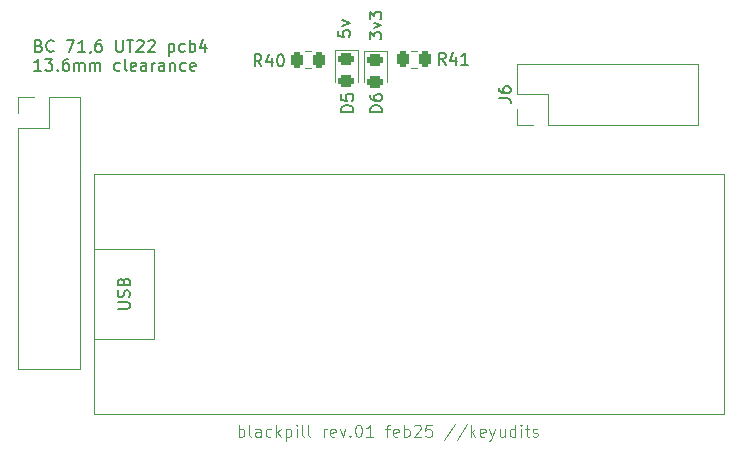
<source format=gto>
G04 #@! TF.GenerationSoftware,KiCad,Pcbnew,8.0.8*
G04 #@! TF.CreationDate,2025-02-19T14:35:13-05:00*
G04 #@! TF.ProjectId,afe_230v_16a,6166655f-3233-4307-965f-3136612e6b69,rev?*
G04 #@! TF.SameCoordinates,Original*
G04 #@! TF.FileFunction,Legend,Top*
G04 #@! TF.FilePolarity,Positive*
%FSLAX46Y46*%
G04 Gerber Fmt 4.6, Leading zero omitted, Abs format (unit mm)*
G04 Created by KiCad (PCBNEW 8.0.8) date 2025-02-19 14:35:13*
%MOMM*%
%LPD*%
G01*
G04 APERTURE LIST*
G04 Aperture macros list*
%AMRoundRect*
0 Rectangle with rounded corners*
0 $1 Rounding radius*
0 $2 $3 $4 $5 $6 $7 $8 $9 X,Y pos of 4 corners*
0 Add a 4 corners polygon primitive as box body*
4,1,4,$2,$3,$4,$5,$6,$7,$8,$9,$2,$3,0*
0 Add four circle primitives for the rounded corners*
1,1,$1+$1,$2,$3*
1,1,$1+$1,$4,$5*
1,1,$1+$1,$6,$7*
1,1,$1+$1,$8,$9*
0 Add four rect primitives between the rounded corners*
20,1,$1+$1,$2,$3,$4,$5,0*
20,1,$1+$1,$4,$5,$6,$7,0*
20,1,$1+$1,$6,$7,$8,$9,0*
20,1,$1+$1,$8,$9,$2,$3,0*%
G04 Aperture macros list end*
%ADD10C,0.200000*%
%ADD11C,0.100000*%
%ADD12C,0.150000*%
%ADD13C,0.120000*%
%ADD14R,1.800000X1.800000*%
%ADD15C,1.800000*%
%ADD16RoundRect,0.243750X-0.456250X0.243750X-0.456250X-0.243750X0.456250X-0.243750X0.456250X0.243750X0*%
%ADD17R,1.700000X1.700000*%
%ADD18O,1.700000X1.700000*%
%ADD19RoundRect,0.250000X0.262500X0.450000X-0.262500X0.450000X-0.262500X-0.450000X0.262500X-0.450000X0*%
%ADD20RoundRect,0.250000X-0.262500X-0.450000X0.262500X-0.450000X0.262500X0.450000X-0.262500X0.450000X0*%
G04 APERTURE END LIST*
D10*
X228737219Y-82935564D02*
X228737219Y-82316517D01*
X228737219Y-82316517D02*
X229118171Y-82649850D01*
X229118171Y-82649850D02*
X229118171Y-82506993D01*
X229118171Y-82506993D02*
X229165790Y-82411755D01*
X229165790Y-82411755D02*
X229213409Y-82364136D01*
X229213409Y-82364136D02*
X229308647Y-82316517D01*
X229308647Y-82316517D02*
X229546742Y-82316517D01*
X229546742Y-82316517D02*
X229641980Y-82364136D01*
X229641980Y-82364136D02*
X229689600Y-82411755D01*
X229689600Y-82411755D02*
X229737219Y-82506993D01*
X229737219Y-82506993D02*
X229737219Y-82792707D01*
X229737219Y-82792707D02*
X229689600Y-82887945D01*
X229689600Y-82887945D02*
X229641980Y-82935564D01*
X229070552Y-81983183D02*
X229737219Y-81745088D01*
X229737219Y-81745088D02*
X229070552Y-81506993D01*
X228737219Y-81221278D02*
X228737219Y-80602231D01*
X228737219Y-80602231D02*
X229118171Y-80935564D01*
X229118171Y-80935564D02*
X229118171Y-80792707D01*
X229118171Y-80792707D02*
X229165790Y-80697469D01*
X229165790Y-80697469D02*
X229213409Y-80649850D01*
X229213409Y-80649850D02*
X229308647Y-80602231D01*
X229308647Y-80602231D02*
X229546742Y-80602231D01*
X229546742Y-80602231D02*
X229641980Y-80649850D01*
X229641980Y-80649850D02*
X229689600Y-80697469D01*
X229689600Y-80697469D02*
X229737219Y-80792707D01*
X229737219Y-80792707D02*
X229737219Y-81078421D01*
X229737219Y-81078421D02*
X229689600Y-81173659D01*
X229689600Y-81173659D02*
X229641980Y-81221278D01*
X226067219Y-82184136D02*
X226067219Y-82660326D01*
X226067219Y-82660326D02*
X226543409Y-82707945D01*
X226543409Y-82707945D02*
X226495790Y-82660326D01*
X226495790Y-82660326D02*
X226448171Y-82565088D01*
X226448171Y-82565088D02*
X226448171Y-82326993D01*
X226448171Y-82326993D02*
X226495790Y-82231755D01*
X226495790Y-82231755D02*
X226543409Y-82184136D01*
X226543409Y-82184136D02*
X226638647Y-82136517D01*
X226638647Y-82136517D02*
X226876742Y-82136517D01*
X226876742Y-82136517D02*
X226971980Y-82184136D01*
X226971980Y-82184136D02*
X227019600Y-82231755D01*
X227019600Y-82231755D02*
X227067219Y-82326993D01*
X227067219Y-82326993D02*
X227067219Y-82565088D01*
X227067219Y-82565088D02*
X227019600Y-82660326D01*
X227019600Y-82660326D02*
X226971980Y-82707945D01*
X226400552Y-81803183D02*
X227067219Y-81565088D01*
X227067219Y-81565088D02*
X226400552Y-81326993D01*
D11*
X217643884Y-116572419D02*
X217643884Y-115572419D01*
X217643884Y-115953371D02*
X217739122Y-115905752D01*
X217739122Y-115905752D02*
X217929598Y-115905752D01*
X217929598Y-115905752D02*
X218024836Y-115953371D01*
X218024836Y-115953371D02*
X218072455Y-116000990D01*
X218072455Y-116000990D02*
X218120074Y-116096228D01*
X218120074Y-116096228D02*
X218120074Y-116381942D01*
X218120074Y-116381942D02*
X218072455Y-116477180D01*
X218072455Y-116477180D02*
X218024836Y-116524800D01*
X218024836Y-116524800D02*
X217929598Y-116572419D01*
X217929598Y-116572419D02*
X217739122Y-116572419D01*
X217739122Y-116572419D02*
X217643884Y-116524800D01*
X218691503Y-116572419D02*
X218596265Y-116524800D01*
X218596265Y-116524800D02*
X218548646Y-116429561D01*
X218548646Y-116429561D02*
X218548646Y-115572419D01*
X219501027Y-116572419D02*
X219501027Y-116048609D01*
X219501027Y-116048609D02*
X219453408Y-115953371D01*
X219453408Y-115953371D02*
X219358170Y-115905752D01*
X219358170Y-115905752D02*
X219167694Y-115905752D01*
X219167694Y-115905752D02*
X219072456Y-115953371D01*
X219501027Y-116524800D02*
X219405789Y-116572419D01*
X219405789Y-116572419D02*
X219167694Y-116572419D01*
X219167694Y-116572419D02*
X219072456Y-116524800D01*
X219072456Y-116524800D02*
X219024837Y-116429561D01*
X219024837Y-116429561D02*
X219024837Y-116334323D01*
X219024837Y-116334323D02*
X219072456Y-116239085D01*
X219072456Y-116239085D02*
X219167694Y-116191466D01*
X219167694Y-116191466D02*
X219405789Y-116191466D01*
X219405789Y-116191466D02*
X219501027Y-116143847D01*
X220405789Y-116524800D02*
X220310551Y-116572419D01*
X220310551Y-116572419D02*
X220120075Y-116572419D01*
X220120075Y-116572419D02*
X220024837Y-116524800D01*
X220024837Y-116524800D02*
X219977218Y-116477180D01*
X219977218Y-116477180D02*
X219929599Y-116381942D01*
X219929599Y-116381942D02*
X219929599Y-116096228D01*
X219929599Y-116096228D02*
X219977218Y-116000990D01*
X219977218Y-116000990D02*
X220024837Y-115953371D01*
X220024837Y-115953371D02*
X220120075Y-115905752D01*
X220120075Y-115905752D02*
X220310551Y-115905752D01*
X220310551Y-115905752D02*
X220405789Y-115953371D01*
X220834361Y-116572419D02*
X220834361Y-115572419D01*
X220929599Y-116191466D02*
X221215313Y-116572419D01*
X221215313Y-115905752D02*
X220834361Y-116286704D01*
X221643885Y-115905752D02*
X221643885Y-116905752D01*
X221643885Y-115953371D02*
X221739123Y-115905752D01*
X221739123Y-115905752D02*
X221929599Y-115905752D01*
X221929599Y-115905752D02*
X222024837Y-115953371D01*
X222024837Y-115953371D02*
X222072456Y-116000990D01*
X222072456Y-116000990D02*
X222120075Y-116096228D01*
X222120075Y-116096228D02*
X222120075Y-116381942D01*
X222120075Y-116381942D02*
X222072456Y-116477180D01*
X222072456Y-116477180D02*
X222024837Y-116524800D01*
X222024837Y-116524800D02*
X221929599Y-116572419D01*
X221929599Y-116572419D02*
X221739123Y-116572419D01*
X221739123Y-116572419D02*
X221643885Y-116524800D01*
X222548647Y-116572419D02*
X222548647Y-115905752D01*
X222548647Y-115572419D02*
X222501028Y-115620038D01*
X222501028Y-115620038D02*
X222548647Y-115667657D01*
X222548647Y-115667657D02*
X222596266Y-115620038D01*
X222596266Y-115620038D02*
X222548647Y-115572419D01*
X222548647Y-115572419D02*
X222548647Y-115667657D01*
X223167694Y-116572419D02*
X223072456Y-116524800D01*
X223072456Y-116524800D02*
X223024837Y-116429561D01*
X223024837Y-116429561D02*
X223024837Y-115572419D01*
X223691504Y-116572419D02*
X223596266Y-116524800D01*
X223596266Y-116524800D02*
X223548647Y-116429561D01*
X223548647Y-116429561D02*
X223548647Y-115572419D01*
X224834362Y-116572419D02*
X224834362Y-115905752D01*
X224834362Y-116096228D02*
X224881981Y-116000990D01*
X224881981Y-116000990D02*
X224929600Y-115953371D01*
X224929600Y-115953371D02*
X225024838Y-115905752D01*
X225024838Y-115905752D02*
X225120076Y-115905752D01*
X225834362Y-116524800D02*
X225739124Y-116572419D01*
X225739124Y-116572419D02*
X225548648Y-116572419D01*
X225548648Y-116572419D02*
X225453410Y-116524800D01*
X225453410Y-116524800D02*
X225405791Y-116429561D01*
X225405791Y-116429561D02*
X225405791Y-116048609D01*
X225405791Y-116048609D02*
X225453410Y-115953371D01*
X225453410Y-115953371D02*
X225548648Y-115905752D01*
X225548648Y-115905752D02*
X225739124Y-115905752D01*
X225739124Y-115905752D02*
X225834362Y-115953371D01*
X225834362Y-115953371D02*
X225881981Y-116048609D01*
X225881981Y-116048609D02*
X225881981Y-116143847D01*
X225881981Y-116143847D02*
X225405791Y-116239085D01*
X226215315Y-115905752D02*
X226453410Y-116572419D01*
X226453410Y-116572419D02*
X226691505Y-115905752D01*
X227072458Y-116477180D02*
X227120077Y-116524800D01*
X227120077Y-116524800D02*
X227072458Y-116572419D01*
X227072458Y-116572419D02*
X227024839Y-116524800D01*
X227024839Y-116524800D02*
X227072458Y-116477180D01*
X227072458Y-116477180D02*
X227072458Y-116572419D01*
X227739124Y-115572419D02*
X227834362Y-115572419D01*
X227834362Y-115572419D02*
X227929600Y-115620038D01*
X227929600Y-115620038D02*
X227977219Y-115667657D01*
X227977219Y-115667657D02*
X228024838Y-115762895D01*
X228024838Y-115762895D02*
X228072457Y-115953371D01*
X228072457Y-115953371D02*
X228072457Y-116191466D01*
X228072457Y-116191466D02*
X228024838Y-116381942D01*
X228024838Y-116381942D02*
X227977219Y-116477180D01*
X227977219Y-116477180D02*
X227929600Y-116524800D01*
X227929600Y-116524800D02*
X227834362Y-116572419D01*
X227834362Y-116572419D02*
X227739124Y-116572419D01*
X227739124Y-116572419D02*
X227643886Y-116524800D01*
X227643886Y-116524800D02*
X227596267Y-116477180D01*
X227596267Y-116477180D02*
X227548648Y-116381942D01*
X227548648Y-116381942D02*
X227501029Y-116191466D01*
X227501029Y-116191466D02*
X227501029Y-115953371D01*
X227501029Y-115953371D02*
X227548648Y-115762895D01*
X227548648Y-115762895D02*
X227596267Y-115667657D01*
X227596267Y-115667657D02*
X227643886Y-115620038D01*
X227643886Y-115620038D02*
X227739124Y-115572419D01*
X229024838Y-116572419D02*
X228453410Y-116572419D01*
X228739124Y-116572419D02*
X228739124Y-115572419D01*
X228739124Y-115572419D02*
X228643886Y-115715276D01*
X228643886Y-115715276D02*
X228548648Y-115810514D01*
X228548648Y-115810514D02*
X228453410Y-115858133D01*
X230072458Y-115905752D02*
X230453410Y-115905752D01*
X230215315Y-116572419D02*
X230215315Y-115715276D01*
X230215315Y-115715276D02*
X230262934Y-115620038D01*
X230262934Y-115620038D02*
X230358172Y-115572419D01*
X230358172Y-115572419D02*
X230453410Y-115572419D01*
X231167696Y-116524800D02*
X231072458Y-116572419D01*
X231072458Y-116572419D02*
X230881982Y-116572419D01*
X230881982Y-116572419D02*
X230786744Y-116524800D01*
X230786744Y-116524800D02*
X230739125Y-116429561D01*
X230739125Y-116429561D02*
X230739125Y-116048609D01*
X230739125Y-116048609D02*
X230786744Y-115953371D01*
X230786744Y-115953371D02*
X230881982Y-115905752D01*
X230881982Y-115905752D02*
X231072458Y-115905752D01*
X231072458Y-115905752D02*
X231167696Y-115953371D01*
X231167696Y-115953371D02*
X231215315Y-116048609D01*
X231215315Y-116048609D02*
X231215315Y-116143847D01*
X231215315Y-116143847D02*
X230739125Y-116239085D01*
X231643887Y-116572419D02*
X231643887Y-115572419D01*
X231643887Y-115953371D02*
X231739125Y-115905752D01*
X231739125Y-115905752D02*
X231929601Y-115905752D01*
X231929601Y-115905752D02*
X232024839Y-115953371D01*
X232024839Y-115953371D02*
X232072458Y-116000990D01*
X232072458Y-116000990D02*
X232120077Y-116096228D01*
X232120077Y-116096228D02*
X232120077Y-116381942D01*
X232120077Y-116381942D02*
X232072458Y-116477180D01*
X232072458Y-116477180D02*
X232024839Y-116524800D01*
X232024839Y-116524800D02*
X231929601Y-116572419D01*
X231929601Y-116572419D02*
X231739125Y-116572419D01*
X231739125Y-116572419D02*
X231643887Y-116524800D01*
X232501030Y-115667657D02*
X232548649Y-115620038D01*
X232548649Y-115620038D02*
X232643887Y-115572419D01*
X232643887Y-115572419D02*
X232881982Y-115572419D01*
X232881982Y-115572419D02*
X232977220Y-115620038D01*
X232977220Y-115620038D02*
X233024839Y-115667657D01*
X233024839Y-115667657D02*
X233072458Y-115762895D01*
X233072458Y-115762895D02*
X233072458Y-115858133D01*
X233072458Y-115858133D02*
X233024839Y-116000990D01*
X233024839Y-116000990D02*
X232453411Y-116572419D01*
X232453411Y-116572419D02*
X233072458Y-116572419D01*
X233977220Y-115572419D02*
X233501030Y-115572419D01*
X233501030Y-115572419D02*
X233453411Y-116048609D01*
X233453411Y-116048609D02*
X233501030Y-116000990D01*
X233501030Y-116000990D02*
X233596268Y-115953371D01*
X233596268Y-115953371D02*
X233834363Y-115953371D01*
X233834363Y-115953371D02*
X233929601Y-116000990D01*
X233929601Y-116000990D02*
X233977220Y-116048609D01*
X233977220Y-116048609D02*
X234024839Y-116143847D01*
X234024839Y-116143847D02*
X234024839Y-116381942D01*
X234024839Y-116381942D02*
X233977220Y-116477180D01*
X233977220Y-116477180D02*
X233929601Y-116524800D01*
X233929601Y-116524800D02*
X233834363Y-116572419D01*
X233834363Y-116572419D02*
X233596268Y-116572419D01*
X233596268Y-116572419D02*
X233501030Y-116524800D01*
X233501030Y-116524800D02*
X233453411Y-116477180D01*
X235929601Y-115524800D02*
X235072459Y-116810514D01*
X236977220Y-115524800D02*
X236120078Y-116810514D01*
X237310554Y-116572419D02*
X237310554Y-115572419D01*
X237405792Y-116191466D02*
X237691506Y-116572419D01*
X237691506Y-115905752D02*
X237310554Y-116286704D01*
X238501030Y-116524800D02*
X238405792Y-116572419D01*
X238405792Y-116572419D02*
X238215316Y-116572419D01*
X238215316Y-116572419D02*
X238120078Y-116524800D01*
X238120078Y-116524800D02*
X238072459Y-116429561D01*
X238072459Y-116429561D02*
X238072459Y-116048609D01*
X238072459Y-116048609D02*
X238120078Y-115953371D01*
X238120078Y-115953371D02*
X238215316Y-115905752D01*
X238215316Y-115905752D02*
X238405792Y-115905752D01*
X238405792Y-115905752D02*
X238501030Y-115953371D01*
X238501030Y-115953371D02*
X238548649Y-116048609D01*
X238548649Y-116048609D02*
X238548649Y-116143847D01*
X238548649Y-116143847D02*
X238072459Y-116239085D01*
X238881983Y-115905752D02*
X239120078Y-116572419D01*
X239358173Y-115905752D02*
X239120078Y-116572419D01*
X239120078Y-116572419D02*
X239024840Y-116810514D01*
X239024840Y-116810514D02*
X238977221Y-116858133D01*
X238977221Y-116858133D02*
X238881983Y-116905752D01*
X240167697Y-115905752D02*
X240167697Y-116572419D01*
X239739126Y-115905752D02*
X239739126Y-116429561D01*
X239739126Y-116429561D02*
X239786745Y-116524800D01*
X239786745Y-116524800D02*
X239881983Y-116572419D01*
X239881983Y-116572419D02*
X240024840Y-116572419D01*
X240024840Y-116572419D02*
X240120078Y-116524800D01*
X240120078Y-116524800D02*
X240167697Y-116477180D01*
X241072459Y-116572419D02*
X241072459Y-115572419D01*
X241072459Y-116524800D02*
X240977221Y-116572419D01*
X240977221Y-116572419D02*
X240786745Y-116572419D01*
X240786745Y-116572419D02*
X240691507Y-116524800D01*
X240691507Y-116524800D02*
X240643888Y-116477180D01*
X240643888Y-116477180D02*
X240596269Y-116381942D01*
X240596269Y-116381942D02*
X240596269Y-116096228D01*
X240596269Y-116096228D02*
X240643888Y-116000990D01*
X240643888Y-116000990D02*
X240691507Y-115953371D01*
X240691507Y-115953371D02*
X240786745Y-115905752D01*
X240786745Y-115905752D02*
X240977221Y-115905752D01*
X240977221Y-115905752D02*
X241072459Y-115953371D01*
X241548650Y-116572419D02*
X241548650Y-115905752D01*
X241548650Y-115572419D02*
X241501031Y-115620038D01*
X241501031Y-115620038D02*
X241548650Y-115667657D01*
X241548650Y-115667657D02*
X241596269Y-115620038D01*
X241596269Y-115620038D02*
X241548650Y-115572419D01*
X241548650Y-115572419D02*
X241548650Y-115667657D01*
X241881983Y-115905752D02*
X242262935Y-115905752D01*
X242024840Y-115572419D02*
X242024840Y-116429561D01*
X242024840Y-116429561D02*
X242072459Y-116524800D01*
X242072459Y-116524800D02*
X242167697Y-116572419D01*
X242167697Y-116572419D02*
X242262935Y-116572419D01*
X242548650Y-116524800D02*
X242643888Y-116572419D01*
X242643888Y-116572419D02*
X242834364Y-116572419D01*
X242834364Y-116572419D02*
X242929602Y-116524800D01*
X242929602Y-116524800D02*
X242977221Y-116429561D01*
X242977221Y-116429561D02*
X242977221Y-116381942D01*
X242977221Y-116381942D02*
X242929602Y-116286704D01*
X242929602Y-116286704D02*
X242834364Y-116239085D01*
X242834364Y-116239085D02*
X242691507Y-116239085D01*
X242691507Y-116239085D02*
X242596269Y-116191466D01*
X242596269Y-116191466D02*
X242548650Y-116096228D01*
X242548650Y-116096228D02*
X242548650Y-116048609D01*
X242548650Y-116048609D02*
X242596269Y-115953371D01*
X242596269Y-115953371D02*
X242691507Y-115905752D01*
X242691507Y-115905752D02*
X242834364Y-115905752D01*
X242834364Y-115905752D02*
X242929602Y-115953371D01*
D12*
X200740112Y-83456065D02*
X200882969Y-83503684D01*
X200882969Y-83503684D02*
X200930588Y-83551303D01*
X200930588Y-83551303D02*
X200978207Y-83646541D01*
X200978207Y-83646541D02*
X200978207Y-83789398D01*
X200978207Y-83789398D02*
X200930588Y-83884636D01*
X200930588Y-83884636D02*
X200882969Y-83932256D01*
X200882969Y-83932256D02*
X200787731Y-83979875D01*
X200787731Y-83979875D02*
X200406779Y-83979875D01*
X200406779Y-83979875D02*
X200406779Y-82979875D01*
X200406779Y-82979875D02*
X200740112Y-82979875D01*
X200740112Y-82979875D02*
X200835350Y-83027494D01*
X200835350Y-83027494D02*
X200882969Y-83075113D01*
X200882969Y-83075113D02*
X200930588Y-83170351D01*
X200930588Y-83170351D02*
X200930588Y-83265589D01*
X200930588Y-83265589D02*
X200882969Y-83360827D01*
X200882969Y-83360827D02*
X200835350Y-83408446D01*
X200835350Y-83408446D02*
X200740112Y-83456065D01*
X200740112Y-83456065D02*
X200406779Y-83456065D01*
X201978207Y-83884636D02*
X201930588Y-83932256D01*
X201930588Y-83932256D02*
X201787731Y-83979875D01*
X201787731Y-83979875D02*
X201692493Y-83979875D01*
X201692493Y-83979875D02*
X201549636Y-83932256D01*
X201549636Y-83932256D02*
X201454398Y-83837017D01*
X201454398Y-83837017D02*
X201406779Y-83741779D01*
X201406779Y-83741779D02*
X201359160Y-83551303D01*
X201359160Y-83551303D02*
X201359160Y-83408446D01*
X201359160Y-83408446D02*
X201406779Y-83217970D01*
X201406779Y-83217970D02*
X201454398Y-83122732D01*
X201454398Y-83122732D02*
X201549636Y-83027494D01*
X201549636Y-83027494D02*
X201692493Y-82979875D01*
X201692493Y-82979875D02*
X201787731Y-82979875D01*
X201787731Y-82979875D02*
X201930588Y-83027494D01*
X201930588Y-83027494D02*
X201978207Y-83075113D01*
X203073446Y-82979875D02*
X203740112Y-82979875D01*
X203740112Y-82979875D02*
X203311541Y-83979875D01*
X204644874Y-83979875D02*
X204073446Y-83979875D01*
X204359160Y-83979875D02*
X204359160Y-82979875D01*
X204359160Y-82979875D02*
X204263922Y-83122732D01*
X204263922Y-83122732D02*
X204168684Y-83217970D01*
X204168684Y-83217970D02*
X204073446Y-83265589D01*
X205121065Y-83932256D02*
X205121065Y-83979875D01*
X205121065Y-83979875D02*
X205073446Y-84075113D01*
X205073446Y-84075113D02*
X205025827Y-84122732D01*
X205978207Y-82979875D02*
X205787731Y-82979875D01*
X205787731Y-82979875D02*
X205692493Y-83027494D01*
X205692493Y-83027494D02*
X205644874Y-83075113D01*
X205644874Y-83075113D02*
X205549636Y-83217970D01*
X205549636Y-83217970D02*
X205502017Y-83408446D01*
X205502017Y-83408446D02*
X205502017Y-83789398D01*
X205502017Y-83789398D02*
X205549636Y-83884636D01*
X205549636Y-83884636D02*
X205597255Y-83932256D01*
X205597255Y-83932256D02*
X205692493Y-83979875D01*
X205692493Y-83979875D02*
X205882969Y-83979875D01*
X205882969Y-83979875D02*
X205978207Y-83932256D01*
X205978207Y-83932256D02*
X206025826Y-83884636D01*
X206025826Y-83884636D02*
X206073445Y-83789398D01*
X206073445Y-83789398D02*
X206073445Y-83551303D01*
X206073445Y-83551303D02*
X206025826Y-83456065D01*
X206025826Y-83456065D02*
X205978207Y-83408446D01*
X205978207Y-83408446D02*
X205882969Y-83360827D01*
X205882969Y-83360827D02*
X205692493Y-83360827D01*
X205692493Y-83360827D02*
X205597255Y-83408446D01*
X205597255Y-83408446D02*
X205549636Y-83456065D01*
X205549636Y-83456065D02*
X205502017Y-83551303D01*
X207263922Y-82979875D02*
X207263922Y-83789398D01*
X207263922Y-83789398D02*
X207311541Y-83884636D01*
X207311541Y-83884636D02*
X207359160Y-83932256D01*
X207359160Y-83932256D02*
X207454398Y-83979875D01*
X207454398Y-83979875D02*
X207644874Y-83979875D01*
X207644874Y-83979875D02*
X207740112Y-83932256D01*
X207740112Y-83932256D02*
X207787731Y-83884636D01*
X207787731Y-83884636D02*
X207835350Y-83789398D01*
X207835350Y-83789398D02*
X207835350Y-82979875D01*
X208168684Y-82979875D02*
X208740112Y-82979875D01*
X208454398Y-83979875D02*
X208454398Y-82979875D01*
X209025827Y-83075113D02*
X209073446Y-83027494D01*
X209073446Y-83027494D02*
X209168684Y-82979875D01*
X209168684Y-82979875D02*
X209406779Y-82979875D01*
X209406779Y-82979875D02*
X209502017Y-83027494D01*
X209502017Y-83027494D02*
X209549636Y-83075113D01*
X209549636Y-83075113D02*
X209597255Y-83170351D01*
X209597255Y-83170351D02*
X209597255Y-83265589D01*
X209597255Y-83265589D02*
X209549636Y-83408446D01*
X209549636Y-83408446D02*
X208978208Y-83979875D01*
X208978208Y-83979875D02*
X209597255Y-83979875D01*
X209978208Y-83075113D02*
X210025827Y-83027494D01*
X210025827Y-83027494D02*
X210121065Y-82979875D01*
X210121065Y-82979875D02*
X210359160Y-82979875D01*
X210359160Y-82979875D02*
X210454398Y-83027494D01*
X210454398Y-83027494D02*
X210502017Y-83075113D01*
X210502017Y-83075113D02*
X210549636Y-83170351D01*
X210549636Y-83170351D02*
X210549636Y-83265589D01*
X210549636Y-83265589D02*
X210502017Y-83408446D01*
X210502017Y-83408446D02*
X209930589Y-83979875D01*
X209930589Y-83979875D02*
X210549636Y-83979875D01*
X211740113Y-83313208D02*
X211740113Y-84313208D01*
X211740113Y-83360827D02*
X211835351Y-83313208D01*
X211835351Y-83313208D02*
X212025827Y-83313208D01*
X212025827Y-83313208D02*
X212121065Y-83360827D01*
X212121065Y-83360827D02*
X212168684Y-83408446D01*
X212168684Y-83408446D02*
X212216303Y-83503684D01*
X212216303Y-83503684D02*
X212216303Y-83789398D01*
X212216303Y-83789398D02*
X212168684Y-83884636D01*
X212168684Y-83884636D02*
X212121065Y-83932256D01*
X212121065Y-83932256D02*
X212025827Y-83979875D01*
X212025827Y-83979875D02*
X211835351Y-83979875D01*
X211835351Y-83979875D02*
X211740113Y-83932256D01*
X213073446Y-83932256D02*
X212978208Y-83979875D01*
X212978208Y-83979875D02*
X212787732Y-83979875D01*
X212787732Y-83979875D02*
X212692494Y-83932256D01*
X212692494Y-83932256D02*
X212644875Y-83884636D01*
X212644875Y-83884636D02*
X212597256Y-83789398D01*
X212597256Y-83789398D02*
X212597256Y-83503684D01*
X212597256Y-83503684D02*
X212644875Y-83408446D01*
X212644875Y-83408446D02*
X212692494Y-83360827D01*
X212692494Y-83360827D02*
X212787732Y-83313208D01*
X212787732Y-83313208D02*
X212978208Y-83313208D01*
X212978208Y-83313208D02*
X213073446Y-83360827D01*
X213502018Y-83979875D02*
X213502018Y-82979875D01*
X213502018Y-83360827D02*
X213597256Y-83313208D01*
X213597256Y-83313208D02*
X213787732Y-83313208D01*
X213787732Y-83313208D02*
X213882970Y-83360827D01*
X213882970Y-83360827D02*
X213930589Y-83408446D01*
X213930589Y-83408446D02*
X213978208Y-83503684D01*
X213978208Y-83503684D02*
X213978208Y-83789398D01*
X213978208Y-83789398D02*
X213930589Y-83884636D01*
X213930589Y-83884636D02*
X213882970Y-83932256D01*
X213882970Y-83932256D02*
X213787732Y-83979875D01*
X213787732Y-83979875D02*
X213597256Y-83979875D01*
X213597256Y-83979875D02*
X213502018Y-83932256D01*
X214835351Y-83313208D02*
X214835351Y-83979875D01*
X214597256Y-82932256D02*
X214359161Y-83646541D01*
X214359161Y-83646541D02*
X214978208Y-83646541D01*
X200930588Y-85589819D02*
X200359160Y-85589819D01*
X200644874Y-85589819D02*
X200644874Y-84589819D01*
X200644874Y-84589819D02*
X200549636Y-84732676D01*
X200549636Y-84732676D02*
X200454398Y-84827914D01*
X200454398Y-84827914D02*
X200359160Y-84875533D01*
X201263922Y-84589819D02*
X201882969Y-84589819D01*
X201882969Y-84589819D02*
X201549636Y-84970771D01*
X201549636Y-84970771D02*
X201692493Y-84970771D01*
X201692493Y-84970771D02*
X201787731Y-85018390D01*
X201787731Y-85018390D02*
X201835350Y-85066009D01*
X201835350Y-85066009D02*
X201882969Y-85161247D01*
X201882969Y-85161247D02*
X201882969Y-85399342D01*
X201882969Y-85399342D02*
X201835350Y-85494580D01*
X201835350Y-85494580D02*
X201787731Y-85542200D01*
X201787731Y-85542200D02*
X201692493Y-85589819D01*
X201692493Y-85589819D02*
X201406779Y-85589819D01*
X201406779Y-85589819D02*
X201311541Y-85542200D01*
X201311541Y-85542200D02*
X201263922Y-85494580D01*
X202311541Y-85494580D02*
X202359160Y-85542200D01*
X202359160Y-85542200D02*
X202311541Y-85589819D01*
X202311541Y-85589819D02*
X202263922Y-85542200D01*
X202263922Y-85542200D02*
X202311541Y-85494580D01*
X202311541Y-85494580D02*
X202311541Y-85589819D01*
X203216302Y-84589819D02*
X203025826Y-84589819D01*
X203025826Y-84589819D02*
X202930588Y-84637438D01*
X202930588Y-84637438D02*
X202882969Y-84685057D01*
X202882969Y-84685057D02*
X202787731Y-84827914D01*
X202787731Y-84827914D02*
X202740112Y-85018390D01*
X202740112Y-85018390D02*
X202740112Y-85399342D01*
X202740112Y-85399342D02*
X202787731Y-85494580D01*
X202787731Y-85494580D02*
X202835350Y-85542200D01*
X202835350Y-85542200D02*
X202930588Y-85589819D01*
X202930588Y-85589819D02*
X203121064Y-85589819D01*
X203121064Y-85589819D02*
X203216302Y-85542200D01*
X203216302Y-85542200D02*
X203263921Y-85494580D01*
X203263921Y-85494580D02*
X203311540Y-85399342D01*
X203311540Y-85399342D02*
X203311540Y-85161247D01*
X203311540Y-85161247D02*
X203263921Y-85066009D01*
X203263921Y-85066009D02*
X203216302Y-85018390D01*
X203216302Y-85018390D02*
X203121064Y-84970771D01*
X203121064Y-84970771D02*
X202930588Y-84970771D01*
X202930588Y-84970771D02*
X202835350Y-85018390D01*
X202835350Y-85018390D02*
X202787731Y-85066009D01*
X202787731Y-85066009D02*
X202740112Y-85161247D01*
X203740112Y-85589819D02*
X203740112Y-84923152D01*
X203740112Y-85018390D02*
X203787731Y-84970771D01*
X203787731Y-84970771D02*
X203882969Y-84923152D01*
X203882969Y-84923152D02*
X204025826Y-84923152D01*
X204025826Y-84923152D02*
X204121064Y-84970771D01*
X204121064Y-84970771D02*
X204168683Y-85066009D01*
X204168683Y-85066009D02*
X204168683Y-85589819D01*
X204168683Y-85066009D02*
X204216302Y-84970771D01*
X204216302Y-84970771D02*
X204311540Y-84923152D01*
X204311540Y-84923152D02*
X204454397Y-84923152D01*
X204454397Y-84923152D02*
X204549636Y-84970771D01*
X204549636Y-84970771D02*
X204597255Y-85066009D01*
X204597255Y-85066009D02*
X204597255Y-85589819D01*
X205073445Y-85589819D02*
X205073445Y-84923152D01*
X205073445Y-85018390D02*
X205121064Y-84970771D01*
X205121064Y-84970771D02*
X205216302Y-84923152D01*
X205216302Y-84923152D02*
X205359159Y-84923152D01*
X205359159Y-84923152D02*
X205454397Y-84970771D01*
X205454397Y-84970771D02*
X205502016Y-85066009D01*
X205502016Y-85066009D02*
X205502016Y-85589819D01*
X205502016Y-85066009D02*
X205549635Y-84970771D01*
X205549635Y-84970771D02*
X205644873Y-84923152D01*
X205644873Y-84923152D02*
X205787730Y-84923152D01*
X205787730Y-84923152D02*
X205882969Y-84970771D01*
X205882969Y-84970771D02*
X205930588Y-85066009D01*
X205930588Y-85066009D02*
X205930588Y-85589819D01*
X207597254Y-85542200D02*
X207502016Y-85589819D01*
X207502016Y-85589819D02*
X207311540Y-85589819D01*
X207311540Y-85589819D02*
X207216302Y-85542200D01*
X207216302Y-85542200D02*
X207168683Y-85494580D01*
X207168683Y-85494580D02*
X207121064Y-85399342D01*
X207121064Y-85399342D02*
X207121064Y-85113628D01*
X207121064Y-85113628D02*
X207168683Y-85018390D01*
X207168683Y-85018390D02*
X207216302Y-84970771D01*
X207216302Y-84970771D02*
X207311540Y-84923152D01*
X207311540Y-84923152D02*
X207502016Y-84923152D01*
X207502016Y-84923152D02*
X207597254Y-84970771D01*
X208168683Y-85589819D02*
X208073445Y-85542200D01*
X208073445Y-85542200D02*
X208025826Y-85446961D01*
X208025826Y-85446961D02*
X208025826Y-84589819D01*
X208930588Y-85542200D02*
X208835350Y-85589819D01*
X208835350Y-85589819D02*
X208644874Y-85589819D01*
X208644874Y-85589819D02*
X208549636Y-85542200D01*
X208549636Y-85542200D02*
X208502017Y-85446961D01*
X208502017Y-85446961D02*
X208502017Y-85066009D01*
X208502017Y-85066009D02*
X208549636Y-84970771D01*
X208549636Y-84970771D02*
X208644874Y-84923152D01*
X208644874Y-84923152D02*
X208835350Y-84923152D01*
X208835350Y-84923152D02*
X208930588Y-84970771D01*
X208930588Y-84970771D02*
X208978207Y-85066009D01*
X208978207Y-85066009D02*
X208978207Y-85161247D01*
X208978207Y-85161247D02*
X208502017Y-85256485D01*
X209835350Y-85589819D02*
X209835350Y-85066009D01*
X209835350Y-85066009D02*
X209787731Y-84970771D01*
X209787731Y-84970771D02*
X209692493Y-84923152D01*
X209692493Y-84923152D02*
X209502017Y-84923152D01*
X209502017Y-84923152D02*
X209406779Y-84970771D01*
X209835350Y-85542200D02*
X209740112Y-85589819D01*
X209740112Y-85589819D02*
X209502017Y-85589819D01*
X209502017Y-85589819D02*
X209406779Y-85542200D01*
X209406779Y-85542200D02*
X209359160Y-85446961D01*
X209359160Y-85446961D02*
X209359160Y-85351723D01*
X209359160Y-85351723D02*
X209406779Y-85256485D01*
X209406779Y-85256485D02*
X209502017Y-85208866D01*
X209502017Y-85208866D02*
X209740112Y-85208866D01*
X209740112Y-85208866D02*
X209835350Y-85161247D01*
X210311541Y-85589819D02*
X210311541Y-84923152D01*
X210311541Y-85113628D02*
X210359160Y-85018390D01*
X210359160Y-85018390D02*
X210406779Y-84970771D01*
X210406779Y-84970771D02*
X210502017Y-84923152D01*
X210502017Y-84923152D02*
X210597255Y-84923152D01*
X211359160Y-85589819D02*
X211359160Y-85066009D01*
X211359160Y-85066009D02*
X211311541Y-84970771D01*
X211311541Y-84970771D02*
X211216303Y-84923152D01*
X211216303Y-84923152D02*
X211025827Y-84923152D01*
X211025827Y-84923152D02*
X210930589Y-84970771D01*
X211359160Y-85542200D02*
X211263922Y-85589819D01*
X211263922Y-85589819D02*
X211025827Y-85589819D01*
X211025827Y-85589819D02*
X210930589Y-85542200D01*
X210930589Y-85542200D02*
X210882970Y-85446961D01*
X210882970Y-85446961D02*
X210882970Y-85351723D01*
X210882970Y-85351723D02*
X210930589Y-85256485D01*
X210930589Y-85256485D02*
X211025827Y-85208866D01*
X211025827Y-85208866D02*
X211263922Y-85208866D01*
X211263922Y-85208866D02*
X211359160Y-85161247D01*
X211835351Y-84923152D02*
X211835351Y-85589819D01*
X211835351Y-85018390D02*
X211882970Y-84970771D01*
X211882970Y-84970771D02*
X211978208Y-84923152D01*
X211978208Y-84923152D02*
X212121065Y-84923152D01*
X212121065Y-84923152D02*
X212216303Y-84970771D01*
X212216303Y-84970771D02*
X212263922Y-85066009D01*
X212263922Y-85066009D02*
X212263922Y-85589819D01*
X213168684Y-85542200D02*
X213073446Y-85589819D01*
X213073446Y-85589819D02*
X212882970Y-85589819D01*
X212882970Y-85589819D02*
X212787732Y-85542200D01*
X212787732Y-85542200D02*
X212740113Y-85494580D01*
X212740113Y-85494580D02*
X212692494Y-85399342D01*
X212692494Y-85399342D02*
X212692494Y-85113628D01*
X212692494Y-85113628D02*
X212740113Y-85018390D01*
X212740113Y-85018390D02*
X212787732Y-84970771D01*
X212787732Y-84970771D02*
X212882970Y-84923152D01*
X212882970Y-84923152D02*
X213073446Y-84923152D01*
X213073446Y-84923152D02*
X213168684Y-84970771D01*
X213978208Y-85542200D02*
X213882970Y-85589819D01*
X213882970Y-85589819D02*
X213692494Y-85589819D01*
X213692494Y-85589819D02*
X213597256Y-85542200D01*
X213597256Y-85542200D02*
X213549637Y-85446961D01*
X213549637Y-85446961D02*
X213549637Y-85066009D01*
X213549637Y-85066009D02*
X213597256Y-84970771D01*
X213597256Y-84970771D02*
X213692494Y-84923152D01*
X213692494Y-84923152D02*
X213882970Y-84923152D01*
X213882970Y-84923152D02*
X213978208Y-84970771D01*
X213978208Y-84970771D02*
X214025827Y-85066009D01*
X214025827Y-85066009D02*
X214025827Y-85161247D01*
X214025827Y-85161247D02*
X213549637Y-85256485D01*
X207424819Y-105751904D02*
X208234342Y-105751904D01*
X208234342Y-105751904D02*
X208329580Y-105704285D01*
X208329580Y-105704285D02*
X208377200Y-105656666D01*
X208377200Y-105656666D02*
X208424819Y-105561428D01*
X208424819Y-105561428D02*
X208424819Y-105370952D01*
X208424819Y-105370952D02*
X208377200Y-105275714D01*
X208377200Y-105275714D02*
X208329580Y-105228095D01*
X208329580Y-105228095D02*
X208234342Y-105180476D01*
X208234342Y-105180476D02*
X207424819Y-105180476D01*
X208377200Y-104751904D02*
X208424819Y-104609047D01*
X208424819Y-104609047D02*
X208424819Y-104370952D01*
X208424819Y-104370952D02*
X208377200Y-104275714D01*
X208377200Y-104275714D02*
X208329580Y-104228095D01*
X208329580Y-104228095D02*
X208234342Y-104180476D01*
X208234342Y-104180476D02*
X208139104Y-104180476D01*
X208139104Y-104180476D02*
X208043866Y-104228095D01*
X208043866Y-104228095D02*
X207996247Y-104275714D01*
X207996247Y-104275714D02*
X207948628Y-104370952D01*
X207948628Y-104370952D02*
X207901009Y-104561428D01*
X207901009Y-104561428D02*
X207853390Y-104656666D01*
X207853390Y-104656666D02*
X207805771Y-104704285D01*
X207805771Y-104704285D02*
X207710533Y-104751904D01*
X207710533Y-104751904D02*
X207615295Y-104751904D01*
X207615295Y-104751904D02*
X207520057Y-104704285D01*
X207520057Y-104704285D02*
X207472438Y-104656666D01*
X207472438Y-104656666D02*
X207424819Y-104561428D01*
X207424819Y-104561428D02*
X207424819Y-104323333D01*
X207424819Y-104323333D02*
X207472438Y-104180476D01*
X207901009Y-103418571D02*
X207948628Y-103275714D01*
X207948628Y-103275714D02*
X207996247Y-103228095D01*
X207996247Y-103228095D02*
X208091485Y-103180476D01*
X208091485Y-103180476D02*
X208234342Y-103180476D01*
X208234342Y-103180476D02*
X208329580Y-103228095D01*
X208329580Y-103228095D02*
X208377200Y-103275714D01*
X208377200Y-103275714D02*
X208424819Y-103370952D01*
X208424819Y-103370952D02*
X208424819Y-103751904D01*
X208424819Y-103751904D02*
X207424819Y-103751904D01*
X207424819Y-103751904D02*
X207424819Y-103418571D01*
X207424819Y-103418571D02*
X207472438Y-103323333D01*
X207472438Y-103323333D02*
X207520057Y-103275714D01*
X207520057Y-103275714D02*
X207615295Y-103228095D01*
X207615295Y-103228095D02*
X207710533Y-103228095D01*
X207710533Y-103228095D02*
X207805771Y-103275714D01*
X207805771Y-103275714D02*
X207853390Y-103323333D01*
X207853390Y-103323333D02*
X207901009Y-103418571D01*
X207901009Y-103418571D02*
X207901009Y-103751904D01*
X229764819Y-89088094D02*
X228764819Y-89088094D01*
X228764819Y-89088094D02*
X228764819Y-88849999D01*
X228764819Y-88849999D02*
X228812438Y-88707142D01*
X228812438Y-88707142D02*
X228907676Y-88611904D01*
X228907676Y-88611904D02*
X229002914Y-88564285D01*
X229002914Y-88564285D02*
X229193390Y-88516666D01*
X229193390Y-88516666D02*
X229336247Y-88516666D01*
X229336247Y-88516666D02*
X229526723Y-88564285D01*
X229526723Y-88564285D02*
X229621961Y-88611904D01*
X229621961Y-88611904D02*
X229717200Y-88707142D01*
X229717200Y-88707142D02*
X229764819Y-88849999D01*
X229764819Y-88849999D02*
X229764819Y-89088094D01*
X228764819Y-87659523D02*
X228764819Y-87849999D01*
X228764819Y-87849999D02*
X228812438Y-87945237D01*
X228812438Y-87945237D02*
X228860057Y-87992856D01*
X228860057Y-87992856D02*
X229002914Y-88088094D01*
X229002914Y-88088094D02*
X229193390Y-88135713D01*
X229193390Y-88135713D02*
X229574342Y-88135713D01*
X229574342Y-88135713D02*
X229669580Y-88088094D01*
X229669580Y-88088094D02*
X229717200Y-88040475D01*
X229717200Y-88040475D02*
X229764819Y-87945237D01*
X229764819Y-87945237D02*
X229764819Y-87754761D01*
X229764819Y-87754761D02*
X229717200Y-87659523D01*
X229717200Y-87659523D02*
X229669580Y-87611904D01*
X229669580Y-87611904D02*
X229574342Y-87564285D01*
X229574342Y-87564285D02*
X229336247Y-87564285D01*
X229336247Y-87564285D02*
X229241009Y-87611904D01*
X229241009Y-87611904D02*
X229193390Y-87659523D01*
X229193390Y-87659523D02*
X229145771Y-87754761D01*
X229145771Y-87754761D02*
X229145771Y-87945237D01*
X229145771Y-87945237D02*
X229193390Y-88040475D01*
X229193390Y-88040475D02*
X229241009Y-88088094D01*
X229241009Y-88088094D02*
X229336247Y-88135713D01*
X235164642Y-85064819D02*
X234831309Y-84588628D01*
X234593214Y-85064819D02*
X234593214Y-84064819D01*
X234593214Y-84064819D02*
X234974166Y-84064819D01*
X234974166Y-84064819D02*
X235069404Y-84112438D01*
X235069404Y-84112438D02*
X235117023Y-84160057D01*
X235117023Y-84160057D02*
X235164642Y-84255295D01*
X235164642Y-84255295D02*
X235164642Y-84398152D01*
X235164642Y-84398152D02*
X235117023Y-84493390D01*
X235117023Y-84493390D02*
X235069404Y-84541009D01*
X235069404Y-84541009D02*
X234974166Y-84588628D01*
X234974166Y-84588628D02*
X234593214Y-84588628D01*
X236021785Y-84398152D02*
X236021785Y-85064819D01*
X235783690Y-84017200D02*
X235545595Y-84731485D01*
X235545595Y-84731485D02*
X236164642Y-84731485D01*
X237069404Y-85064819D02*
X236497976Y-85064819D01*
X236783690Y-85064819D02*
X236783690Y-84064819D01*
X236783690Y-84064819D02*
X236688452Y-84207676D01*
X236688452Y-84207676D02*
X236593214Y-84302914D01*
X236593214Y-84302914D02*
X236497976Y-84350533D01*
X219577142Y-85204819D02*
X219243809Y-84728628D01*
X219005714Y-85204819D02*
X219005714Y-84204819D01*
X219005714Y-84204819D02*
X219386666Y-84204819D01*
X219386666Y-84204819D02*
X219481904Y-84252438D01*
X219481904Y-84252438D02*
X219529523Y-84300057D01*
X219529523Y-84300057D02*
X219577142Y-84395295D01*
X219577142Y-84395295D02*
X219577142Y-84538152D01*
X219577142Y-84538152D02*
X219529523Y-84633390D01*
X219529523Y-84633390D02*
X219481904Y-84681009D01*
X219481904Y-84681009D02*
X219386666Y-84728628D01*
X219386666Y-84728628D02*
X219005714Y-84728628D01*
X220434285Y-84538152D02*
X220434285Y-85204819D01*
X220196190Y-84157200D02*
X219958095Y-84871485D01*
X219958095Y-84871485D02*
X220577142Y-84871485D01*
X221148571Y-84204819D02*
X221243809Y-84204819D01*
X221243809Y-84204819D02*
X221339047Y-84252438D01*
X221339047Y-84252438D02*
X221386666Y-84300057D01*
X221386666Y-84300057D02*
X221434285Y-84395295D01*
X221434285Y-84395295D02*
X221481904Y-84585771D01*
X221481904Y-84585771D02*
X221481904Y-84823866D01*
X221481904Y-84823866D02*
X221434285Y-85014342D01*
X221434285Y-85014342D02*
X221386666Y-85109580D01*
X221386666Y-85109580D02*
X221339047Y-85157200D01*
X221339047Y-85157200D02*
X221243809Y-85204819D01*
X221243809Y-85204819D02*
X221148571Y-85204819D01*
X221148571Y-85204819D02*
X221053333Y-85157200D01*
X221053333Y-85157200D02*
X221005714Y-85109580D01*
X221005714Y-85109580D02*
X220958095Y-85014342D01*
X220958095Y-85014342D02*
X220910476Y-84823866D01*
X220910476Y-84823866D02*
X220910476Y-84585771D01*
X220910476Y-84585771D02*
X220958095Y-84395295D01*
X220958095Y-84395295D02*
X221005714Y-84300057D01*
X221005714Y-84300057D02*
X221053333Y-84252438D01*
X221053333Y-84252438D02*
X221148571Y-84204819D01*
X227344819Y-89063094D02*
X226344819Y-89063094D01*
X226344819Y-89063094D02*
X226344819Y-88824999D01*
X226344819Y-88824999D02*
X226392438Y-88682142D01*
X226392438Y-88682142D02*
X226487676Y-88586904D01*
X226487676Y-88586904D02*
X226582914Y-88539285D01*
X226582914Y-88539285D02*
X226773390Y-88491666D01*
X226773390Y-88491666D02*
X226916247Y-88491666D01*
X226916247Y-88491666D02*
X227106723Y-88539285D01*
X227106723Y-88539285D02*
X227201961Y-88586904D01*
X227201961Y-88586904D02*
X227297200Y-88682142D01*
X227297200Y-88682142D02*
X227344819Y-88824999D01*
X227344819Y-88824999D02*
X227344819Y-89063094D01*
X226344819Y-87586904D02*
X226344819Y-88063094D01*
X226344819Y-88063094D02*
X226821009Y-88110713D01*
X226821009Y-88110713D02*
X226773390Y-88063094D01*
X226773390Y-88063094D02*
X226725771Y-87967856D01*
X226725771Y-87967856D02*
X226725771Y-87729761D01*
X226725771Y-87729761D02*
X226773390Y-87634523D01*
X226773390Y-87634523D02*
X226821009Y-87586904D01*
X226821009Y-87586904D02*
X226916247Y-87539285D01*
X226916247Y-87539285D02*
X227154342Y-87539285D01*
X227154342Y-87539285D02*
X227249580Y-87586904D01*
X227249580Y-87586904D02*
X227297200Y-87634523D01*
X227297200Y-87634523D02*
X227344819Y-87729761D01*
X227344819Y-87729761D02*
X227344819Y-87967856D01*
X227344819Y-87967856D02*
X227297200Y-88063094D01*
X227297200Y-88063094D02*
X227249580Y-88110713D01*
X239674819Y-87913333D02*
X240389104Y-87913333D01*
X240389104Y-87913333D02*
X240531961Y-87960952D01*
X240531961Y-87960952D02*
X240627200Y-88056190D01*
X240627200Y-88056190D02*
X240674819Y-88199047D01*
X240674819Y-88199047D02*
X240674819Y-88294285D01*
X239674819Y-87008571D02*
X239674819Y-87199047D01*
X239674819Y-87199047D02*
X239722438Y-87294285D01*
X239722438Y-87294285D02*
X239770057Y-87341904D01*
X239770057Y-87341904D02*
X239912914Y-87437142D01*
X239912914Y-87437142D02*
X240103390Y-87484761D01*
X240103390Y-87484761D02*
X240484342Y-87484761D01*
X240484342Y-87484761D02*
X240579580Y-87437142D01*
X240579580Y-87437142D02*
X240627200Y-87389523D01*
X240627200Y-87389523D02*
X240674819Y-87294285D01*
X240674819Y-87294285D02*
X240674819Y-87103809D01*
X240674819Y-87103809D02*
X240627200Y-87008571D01*
X240627200Y-87008571D02*
X240579580Y-86960952D01*
X240579580Y-86960952D02*
X240484342Y-86913333D01*
X240484342Y-86913333D02*
X240246247Y-86913333D01*
X240246247Y-86913333D02*
X240151009Y-86960952D01*
X240151009Y-86960952D02*
X240103390Y-87008571D01*
X240103390Y-87008571D02*
X240055771Y-87103809D01*
X240055771Y-87103809D02*
X240055771Y-87294285D01*
X240055771Y-87294285D02*
X240103390Y-87389523D01*
X240103390Y-87389523D02*
X240151009Y-87437142D01*
X240151009Y-87437142D02*
X240246247Y-87484761D01*
D13*
X205430000Y-108300000D02*
X210510000Y-108300000D01*
X210510000Y-100680000D01*
X205430000Y-100680000D01*
X205430000Y-108300000D01*
X205430000Y-114650000D02*
X258770000Y-114650000D01*
X258770000Y-94330000D01*
X205430000Y-94330000D01*
X205430000Y-114650000D01*
X228270000Y-83897500D02*
X228270000Y-86582500D01*
X230190000Y-83897500D02*
X228270000Y-83897500D01*
X230190000Y-86582500D02*
X230190000Y-83897500D01*
X199000000Y-87830000D02*
X200330000Y-87830000D01*
X199000000Y-89160000D02*
X199000000Y-87830000D01*
X199000000Y-90430000D02*
X199000000Y-110810000D01*
X199000000Y-90430000D02*
X201600000Y-90430000D01*
X199000000Y-110810000D02*
X204200000Y-110810000D01*
X201600000Y-87830000D02*
X204200000Y-87830000D01*
X201600000Y-90430000D02*
X201600000Y-87830000D01*
X204200000Y-87830000D02*
X204200000Y-110810000D01*
X232727064Y-83885000D02*
X232272936Y-83885000D01*
X232727064Y-85355000D02*
X232272936Y-85355000D01*
X223290436Y-83925000D02*
X223744564Y-83925000D01*
X223290436Y-85395000D02*
X223744564Y-85395000D01*
X225800000Y-83872500D02*
X225800000Y-86557500D01*
X227720000Y-83872500D02*
X225800000Y-83872500D01*
X227720000Y-86557500D02*
X227720000Y-83872500D01*
X241220000Y-84980000D02*
X256580000Y-84980000D01*
X241220000Y-87580000D02*
X241220000Y-84980000D01*
X241220000Y-90180000D02*
X241220000Y-88850000D01*
X242550000Y-90180000D02*
X241220000Y-90180000D01*
X243820000Y-87580000D02*
X241220000Y-87580000D01*
X243820000Y-90180000D02*
X243820000Y-87580000D01*
X243820000Y-90180000D02*
X256580000Y-90180000D01*
X256580000Y-90180000D02*
X256580000Y-84980000D01*
%LPC*%
D14*
X207970000Y-112110000D03*
D15*
X210510000Y-112110000D03*
X213050000Y-112110000D03*
X215590000Y-112110000D03*
X218130000Y-112110000D03*
X220670000Y-112110000D03*
X223210000Y-112110000D03*
X225750000Y-112110000D03*
X228290000Y-112110000D03*
X230830000Y-112110000D03*
X233370000Y-112110000D03*
X235910000Y-112110000D03*
X238450000Y-112110000D03*
X240990000Y-112110000D03*
X243530000Y-112110000D03*
X246070000Y-112110000D03*
X248610000Y-112110000D03*
X251150000Y-112110000D03*
X253690000Y-112110000D03*
X256230000Y-112110000D03*
X256230000Y-96870000D03*
X253690000Y-96870000D03*
X251150000Y-96870000D03*
X248610000Y-96870000D03*
X246070000Y-96870000D03*
X243530000Y-96870000D03*
X240990000Y-96870000D03*
X238450000Y-96870000D03*
X235910000Y-96870000D03*
X233370000Y-96870000D03*
X230830000Y-96870000D03*
X228290000Y-96870000D03*
X225750000Y-96870000D03*
X223210000Y-96870000D03*
X220670000Y-96870000D03*
X218130000Y-96870000D03*
X215590000Y-96870000D03*
X213050000Y-96870000D03*
X210510000Y-96870000D03*
D14*
X207970000Y-96870000D03*
X252420000Y-108300000D03*
D15*
X252420000Y-105760000D03*
X252420000Y-103220000D03*
X252420000Y-100680000D03*
D16*
X229230000Y-84645000D03*
X229230000Y-86520000D03*
D17*
X200330000Y-89160000D03*
D18*
X202870000Y-89160000D03*
X200330000Y-91700000D03*
X202870000Y-91700000D03*
X200330000Y-94240000D03*
X202870000Y-94240000D03*
X200330000Y-96780000D03*
X202870000Y-96780000D03*
X200330000Y-99320000D03*
X202870000Y-99320000D03*
X200330000Y-101860000D03*
X202870000Y-101860000D03*
X200330000Y-104400000D03*
X202870000Y-104400000D03*
X200330000Y-106940000D03*
X202870000Y-106940000D03*
X200330000Y-109480000D03*
X202870000Y-109480000D03*
D19*
X233412500Y-84620000D03*
X231587500Y-84620000D03*
D20*
X222605000Y-84660000D03*
X224430000Y-84660000D03*
D16*
X226760000Y-84620000D03*
X226760000Y-86495000D03*
D17*
X242550000Y-88850000D03*
D18*
X242550000Y-86310000D03*
X245090000Y-88850000D03*
X245090000Y-86310000D03*
X247630000Y-88850000D03*
X247630000Y-86310000D03*
X250170000Y-88850000D03*
X250170000Y-86310000D03*
X252710000Y-88850000D03*
X252710000Y-86310000D03*
X255250000Y-88850000D03*
X255250000Y-86310000D03*
%LPD*%
M02*

</source>
